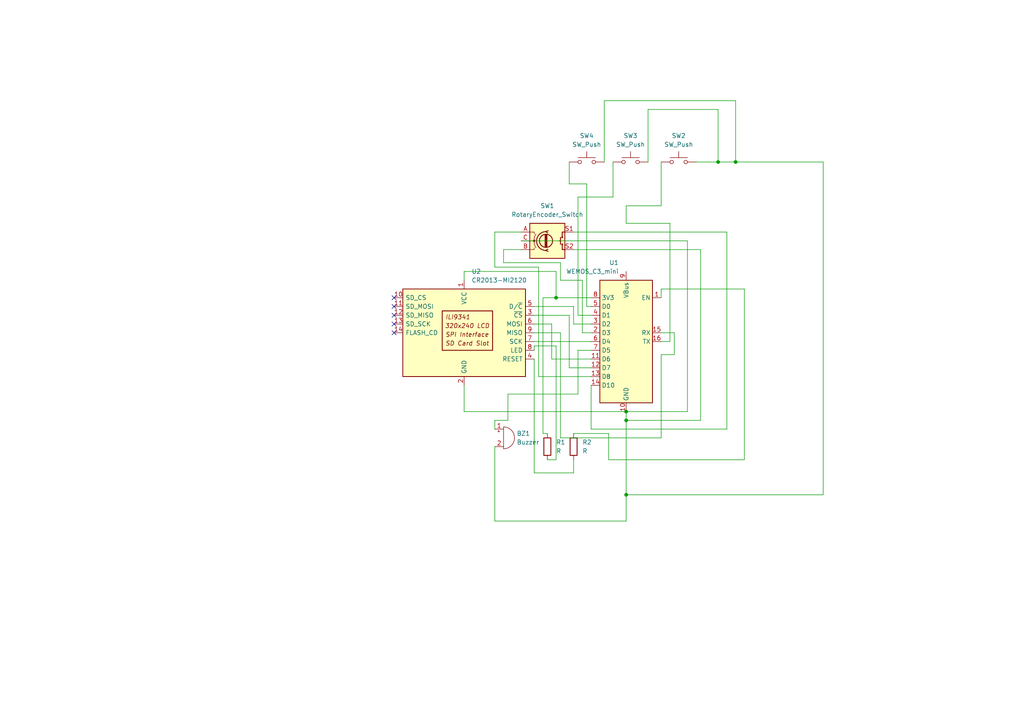
<source format=kicad_sch>
(kicad_sch
	(version 20250114)
	(generator "eeschema")
	(generator_version "9.0")
	(uuid "e4c74b3e-1d4b-4964-8b0e-2fe35a7207ed")
	(paper "A4")
	(lib_symbols
		(symbol "Device:Buzzer"
			(pin_names
				(offset 0.0254)
				(hide yes)
			)
			(exclude_from_sim no)
			(in_bom yes)
			(on_board yes)
			(property "Reference" "BZ"
				(at 3.81 1.27 0)
				(effects
					(font
						(size 1.27 1.27)
					)
					(justify left)
				)
			)
			(property "Value" "Buzzer"
				(at 3.81 -1.27 0)
				(effects
					(font
						(size 1.27 1.27)
					)
					(justify left)
				)
			)
			(property "Footprint" ""
				(at -0.635 2.54 90)
				(effects
					(font
						(size 1.27 1.27)
					)
					(hide yes)
				)
			)
			(property "Datasheet" "~"
				(at -0.635 2.54 90)
				(effects
					(font
						(size 1.27 1.27)
					)
					(hide yes)
				)
			)
			(property "Description" "Buzzer, polarized"
				(at 0 0 0)
				(effects
					(font
						(size 1.27 1.27)
					)
					(hide yes)
				)
			)
			(property "ki_keywords" "quartz resonator ceramic"
				(at 0 0 0)
				(effects
					(font
						(size 1.27 1.27)
					)
					(hide yes)
				)
			)
			(property "ki_fp_filters" "*Buzzer*"
				(at 0 0 0)
				(effects
					(font
						(size 1.27 1.27)
					)
					(hide yes)
				)
			)
			(symbol "Buzzer_0_1"
				(polyline
					(pts
						(xy -1.651 1.905) (xy -1.143 1.905)
					)
					(stroke
						(width 0)
						(type default)
					)
					(fill
						(type none)
					)
				)
				(polyline
					(pts
						(xy -1.397 2.159) (xy -1.397 1.651)
					)
					(stroke
						(width 0)
						(type default)
					)
					(fill
						(type none)
					)
				)
				(arc
					(start 0 3.175)
					(mid 3.1612 0)
					(end 0 -3.175)
					(stroke
						(width 0)
						(type default)
					)
					(fill
						(type none)
					)
				)
				(polyline
					(pts
						(xy 0 3.175) (xy 0 -3.175)
					)
					(stroke
						(width 0)
						(type default)
					)
					(fill
						(type none)
					)
				)
			)
			(symbol "Buzzer_1_1"
				(pin passive line
					(at -2.54 2.54 0)
					(length 2.54)
					(name "+"
						(effects
							(font
								(size 1.27 1.27)
							)
						)
					)
					(number "1"
						(effects
							(font
								(size 1.27 1.27)
							)
						)
					)
				)
				(pin passive line
					(at -2.54 -2.54 0)
					(length 2.54)
					(name "-"
						(effects
							(font
								(size 1.27 1.27)
							)
						)
					)
					(number "2"
						(effects
							(font
								(size 1.27 1.27)
							)
						)
					)
				)
			)
			(embedded_fonts no)
		)
		(symbol "Device:R"
			(pin_numbers
				(hide yes)
			)
			(pin_names
				(offset 0)
			)
			(exclude_from_sim no)
			(in_bom yes)
			(on_board yes)
			(property "Reference" "R"
				(at 2.032 0 90)
				(effects
					(font
						(size 1.27 1.27)
					)
				)
			)
			(property "Value" "R"
				(at 0 0 90)
				(effects
					(font
						(size 1.27 1.27)
					)
				)
			)
			(property "Footprint" ""
				(at -1.778 0 90)
				(effects
					(font
						(size 1.27 1.27)
					)
					(hide yes)
				)
			)
			(property "Datasheet" "~"
				(at 0 0 0)
				(effects
					(font
						(size 1.27 1.27)
					)
					(hide yes)
				)
			)
			(property "Description" "Resistor"
				(at 0 0 0)
				(effects
					(font
						(size 1.27 1.27)
					)
					(hide yes)
				)
			)
			(property "ki_keywords" "R res resistor"
				(at 0 0 0)
				(effects
					(font
						(size 1.27 1.27)
					)
					(hide yes)
				)
			)
			(property "ki_fp_filters" "R_*"
				(at 0 0 0)
				(effects
					(font
						(size 1.27 1.27)
					)
					(hide yes)
				)
			)
			(symbol "R_0_1"
				(rectangle
					(start -1.016 -2.54)
					(end 1.016 2.54)
					(stroke
						(width 0.254)
						(type default)
					)
					(fill
						(type none)
					)
				)
			)
			(symbol "R_1_1"
				(pin passive line
					(at 0 3.81 270)
					(length 1.27)
					(name "~"
						(effects
							(font
								(size 1.27 1.27)
							)
						)
					)
					(number "1"
						(effects
							(font
								(size 1.27 1.27)
							)
						)
					)
				)
				(pin passive line
					(at 0 -3.81 90)
					(length 1.27)
					(name "~"
						(effects
							(font
								(size 1.27 1.27)
							)
						)
					)
					(number "2"
						(effects
							(font
								(size 1.27 1.27)
							)
						)
					)
				)
			)
			(embedded_fonts no)
		)
		(symbol "Device:RotaryEncoder_Switch"
			(pin_names
				(offset 0.254)
				(hide yes)
			)
			(exclude_from_sim no)
			(in_bom yes)
			(on_board yes)
			(property "Reference" "SW"
				(at 0 6.604 0)
				(effects
					(font
						(size 1.27 1.27)
					)
				)
			)
			(property "Value" "RotaryEncoder_Switch"
				(at 0 -6.604 0)
				(effects
					(font
						(size 1.27 1.27)
					)
				)
			)
			(property "Footprint" ""
				(at -3.81 4.064 0)
				(effects
					(font
						(size 1.27 1.27)
					)
					(hide yes)
				)
			)
			(property "Datasheet" "~"
				(at 0 6.604 0)
				(effects
					(font
						(size 1.27 1.27)
					)
					(hide yes)
				)
			)
			(property "Description" "Rotary encoder, dual channel, incremental quadrate outputs, with switch"
				(at 0 0 0)
				(effects
					(font
						(size 1.27 1.27)
					)
					(hide yes)
				)
			)
			(property "ki_keywords" "rotary switch encoder switch push button"
				(at 0 0 0)
				(effects
					(font
						(size 1.27 1.27)
					)
					(hide yes)
				)
			)
			(property "ki_fp_filters" "RotaryEncoder*Switch*"
				(at 0 0 0)
				(effects
					(font
						(size 1.27 1.27)
					)
					(hide yes)
				)
			)
			(symbol "RotaryEncoder_Switch_0_1"
				(rectangle
					(start -5.08 5.08)
					(end 5.08 -5.08)
					(stroke
						(width 0.254)
						(type default)
					)
					(fill
						(type background)
					)
				)
				(polyline
					(pts
						(xy -5.08 2.54) (xy -3.81 2.54) (xy -3.81 2.032)
					)
					(stroke
						(width 0)
						(type default)
					)
					(fill
						(type none)
					)
				)
				(polyline
					(pts
						(xy -5.08 0) (xy -3.81 0) (xy -3.81 -1.016) (xy -3.302 -2.032)
					)
					(stroke
						(width 0)
						(type default)
					)
					(fill
						(type none)
					)
				)
				(polyline
					(pts
						(xy -5.08 -2.54) (xy -3.81 -2.54) (xy -3.81 -2.032)
					)
					(stroke
						(width 0)
						(type default)
					)
					(fill
						(type none)
					)
				)
				(polyline
					(pts
						(xy -4.318 0) (xy -3.81 0) (xy -3.81 1.016) (xy -3.302 2.032)
					)
					(stroke
						(width 0)
						(type default)
					)
					(fill
						(type none)
					)
				)
				(circle
					(center -3.81 0)
					(radius 0.254)
					(stroke
						(width 0)
						(type default)
					)
					(fill
						(type outline)
					)
				)
				(polyline
					(pts
						(xy -0.635 -1.778) (xy -0.635 1.778)
					)
					(stroke
						(width 0.254)
						(type default)
					)
					(fill
						(type none)
					)
				)
				(circle
					(center -0.381 0)
					(radius 1.905)
					(stroke
						(width 0.254)
						(type default)
					)
					(fill
						(type none)
					)
				)
				(polyline
					(pts
						(xy -0.381 -1.778) (xy -0.381 1.778)
					)
					(stroke
						(width 0.254)
						(type default)
					)
					(fill
						(type none)
					)
				)
				(arc
					(start -0.381 -2.794)
					(mid -3.0988 -0.0635)
					(end -0.381 2.667)
					(stroke
						(width 0.254)
						(type default)
					)
					(fill
						(type none)
					)
				)
				(polyline
					(pts
						(xy -0.127 1.778) (xy -0.127 -1.778)
					)
					(stroke
						(width 0.254)
						(type default)
					)
					(fill
						(type none)
					)
				)
				(polyline
					(pts
						(xy 0.254 2.921) (xy -0.508 2.667) (xy 0.127 2.286)
					)
					(stroke
						(width 0.254)
						(type default)
					)
					(fill
						(type none)
					)
				)
				(polyline
					(pts
						(xy 0.254 -3.048) (xy -0.508 -2.794) (xy 0.127 -2.413)
					)
					(stroke
						(width 0.254)
						(type default)
					)
					(fill
						(type none)
					)
				)
				(polyline
					(pts
						(xy 3.81 1.016) (xy 3.81 -1.016)
					)
					(stroke
						(width 0.254)
						(type default)
					)
					(fill
						(type none)
					)
				)
				(polyline
					(pts
						(xy 3.81 0) (xy 3.429 0)
					)
					(stroke
						(width 0.254)
						(type default)
					)
					(fill
						(type none)
					)
				)
				(circle
					(center 4.318 1.016)
					(radius 0.127)
					(stroke
						(width 0.254)
						(type default)
					)
					(fill
						(type none)
					)
				)
				(circle
					(center 4.318 -1.016)
					(radius 0.127)
					(stroke
						(width 0.254)
						(type default)
					)
					(fill
						(type none)
					)
				)
				(polyline
					(pts
						(xy 5.08 2.54) (xy 4.318 2.54) (xy 4.318 1.016)
					)
					(stroke
						(width 0.254)
						(type default)
					)
					(fill
						(type none)
					)
				)
				(polyline
					(pts
						(xy 5.08 -2.54) (xy 4.318 -2.54) (xy 4.318 -1.016)
					)
					(stroke
						(width 0.254)
						(type default)
					)
					(fill
						(type none)
					)
				)
			)
			(symbol "RotaryEncoder_Switch_1_1"
				(pin passive line
					(at -7.62 2.54 0)
					(length 2.54)
					(name "A"
						(effects
							(font
								(size 1.27 1.27)
							)
						)
					)
					(number "A"
						(effects
							(font
								(size 1.27 1.27)
							)
						)
					)
				)
				(pin passive line
					(at -7.62 0 0)
					(length 2.54)
					(name "C"
						(effects
							(font
								(size 1.27 1.27)
							)
						)
					)
					(number "C"
						(effects
							(font
								(size 1.27 1.27)
							)
						)
					)
				)
				(pin passive line
					(at -7.62 -2.54 0)
					(length 2.54)
					(name "B"
						(effects
							(font
								(size 1.27 1.27)
							)
						)
					)
					(number "B"
						(effects
							(font
								(size 1.27 1.27)
							)
						)
					)
				)
				(pin passive line
					(at 7.62 2.54 180)
					(length 2.54)
					(name "S1"
						(effects
							(font
								(size 1.27 1.27)
							)
						)
					)
					(number "S1"
						(effects
							(font
								(size 1.27 1.27)
							)
						)
					)
				)
				(pin passive line
					(at 7.62 -2.54 180)
					(length 2.54)
					(name "S2"
						(effects
							(font
								(size 1.27 1.27)
							)
						)
					)
					(number "S2"
						(effects
							(font
								(size 1.27 1.27)
							)
						)
					)
				)
			)
			(embedded_fonts no)
		)
		(symbol "Driver_Display:CR2013-MI2120"
			(pin_names
				(offset 0.762)
			)
			(exclude_from_sim no)
			(in_bom yes)
			(on_board yes)
			(property "Reference" "U"
				(at -17.526 13.97 0)
				(effects
					(font
						(size 1.27 1.27)
					)
					(justify left)
				)
			)
			(property "Value" "CR2013-MI2120"
				(at 1.905 13.97 0)
				(effects
					(font
						(size 1.27 1.27)
					)
					(justify left)
				)
			)
			(property "Footprint" "Display:CR2013-MI2120"
				(at 0 -17.78 0)
				(effects
					(font
						(size 1.27 1.27)
					)
					(hide yes)
				)
			)
			(property "Datasheet" "http://pan.baidu.com/s/11Y990"
				(at -16.51 12.7 0)
				(effects
					(font
						(size 1.27 1.27)
					)
					(hide yes)
				)
			)
			(property "Description" "ILI9341 controller, SPI TFT LCD Display, 9-pin breakout PCB, 4-pin SD card interface, 5V/3.3V"
				(at 0 0 0)
				(effects
					(font
						(size 1.27 1.27)
					)
					(hide yes)
				)
			)
			(property "ki_keywords" "driver display"
				(at 0 0 0)
				(effects
					(font
						(size 1.27 1.27)
					)
					(hide yes)
				)
			)
			(property "ki_fp_filters" "*CR2013*MI2120*"
				(at 0 0 0)
				(effects
					(font
						(size 1.27 1.27)
					)
					(hide yes)
				)
			)
			(symbol "CR2013-MI2120_0_0"
				(text "ILI9341"
					(at -5.461 4.572 0)
					(effects
						(font
							(size 1.27 1.27)
							(italic yes)
						)
						(justify left)
					)
				)
				(text "SPI Interface"
					(at -5.461 -0.508 0)
					(effects
						(font
							(size 1.27 1.27)
							(italic yes)
						)
						(justify left)
					)
				)
				(text "SD Card Slot"
					(at -5.461 -3.048 0)
					(effects
						(font
							(size 1.27 1.27)
							(italic yes)
						)
						(justify left)
					)
				)
				(text "320x240 LCD"
					(at 0.889 2.032 0)
					(effects
						(font
							(size 1.27 1.27)
							(italic yes)
						)
					)
				)
			)
			(symbol "CR2013-MI2120_0_1"
				(rectangle
					(start -17.78 12.7)
					(end 17.78 -12.7)
					(stroke
						(width 0.254)
						(type default)
					)
					(fill
						(type background)
					)
				)
				(rectangle
					(start -6.35 6.35)
					(end 8.255 -5.08)
					(stroke
						(width 0.254)
						(type default)
					)
					(fill
						(type none)
					)
				)
			)
			(symbol "CR2013-MI2120_1_1"
				(pin input line
					(at -20.32 10.16 0)
					(length 2.54)
					(name "SD_CS"
						(effects
							(font
								(size 1.27 1.27)
							)
						)
					)
					(number "10"
						(effects
							(font
								(size 1.27 1.27)
							)
						)
					)
				)
				(pin input line
					(at -20.32 7.62 0)
					(length 2.54)
					(name "SD_MOSI"
						(effects
							(font
								(size 1.27 1.27)
							)
						)
					)
					(number "11"
						(effects
							(font
								(size 1.27 1.27)
							)
						)
					)
				)
				(pin output line
					(at -20.32 5.08 0)
					(length 2.54)
					(name "SD_MISO"
						(effects
							(font
								(size 1.27 1.27)
							)
						)
					)
					(number "12"
						(effects
							(font
								(size 1.27 1.27)
							)
						)
					)
				)
				(pin input line
					(at -20.32 2.54 0)
					(length 2.54)
					(name "SD_SCK"
						(effects
							(font
								(size 1.27 1.27)
							)
						)
					)
					(number "13"
						(effects
							(font
								(size 1.27 1.27)
							)
						)
					)
				)
				(pin input line
					(at -20.32 0 0)
					(length 2.54)
					(name "FLASH_CD"
						(effects
							(font
								(size 1.27 1.27)
							)
						)
					)
					(number "14"
						(effects
							(font
								(size 1.27 1.27)
							)
						)
					)
				)
				(pin power_in line
					(at 0 15.24 270)
					(length 2.54)
					(name "VCC"
						(effects
							(font
								(size 1.27 1.27)
							)
						)
					)
					(number "1"
						(effects
							(font
								(size 1.27 1.27)
							)
						)
					)
				)
				(pin power_in line
					(at 0 -15.24 90)
					(length 2.54)
					(name "GND"
						(effects
							(font
								(size 1.27 1.27)
							)
						)
					)
					(number "2"
						(effects
							(font
								(size 1.27 1.27)
							)
						)
					)
				)
				(pin input line
					(at 20.32 7.62 180)
					(length 2.54)
					(name "D/~{C}"
						(effects
							(font
								(size 1.27 1.27)
							)
						)
					)
					(number "5"
						(effects
							(font
								(size 1.27 1.27)
							)
						)
					)
				)
				(pin input line
					(at 20.32 5.08 180)
					(length 2.54)
					(name "~{CS}"
						(effects
							(font
								(size 1.27 1.27)
							)
						)
					)
					(number "3"
						(effects
							(font
								(size 1.27 1.27)
							)
						)
					)
				)
				(pin input line
					(at 20.32 2.54 180)
					(length 2.54)
					(name "MOSI"
						(effects
							(font
								(size 1.27 1.27)
							)
						)
					)
					(number "6"
						(effects
							(font
								(size 1.27 1.27)
							)
						)
					)
				)
				(pin output line
					(at 20.32 0 180)
					(length 2.54)
					(name "MISO"
						(effects
							(font
								(size 1.27 1.27)
							)
						)
					)
					(number "9"
						(effects
							(font
								(size 1.27 1.27)
							)
						)
					)
				)
				(pin input line
					(at 20.32 -2.54 180)
					(length 2.54)
					(name "SCK"
						(effects
							(font
								(size 1.27 1.27)
							)
						)
					)
					(number "7"
						(effects
							(font
								(size 1.27 1.27)
							)
						)
					)
				)
				(pin input line
					(at 20.32 -5.08 180)
					(length 2.54)
					(name "LED"
						(effects
							(font
								(size 1.27 1.27)
							)
						)
					)
					(number "8"
						(effects
							(font
								(size 1.27 1.27)
							)
						)
					)
				)
				(pin input line
					(at 20.32 -7.62 180)
					(length 2.54)
					(name "RESET"
						(effects
							(font
								(size 1.27 1.27)
							)
						)
					)
					(number "4"
						(effects
							(font
								(size 1.27 1.27)
							)
						)
					)
				)
			)
			(embedded_fonts no)
		)
		(symbol "RF_Module:WEMOS_C3_mini"
			(exclude_from_sim no)
			(in_bom yes)
			(on_board yes)
			(property "Reference" "U"
				(at 3.81 19.05 0)
				(effects
					(font
						(size 1.27 1.27)
					)
					(justify left)
				)
			)
			(property "Value" "WEMOS_C3_mini"
				(at 1.27 -19.05 0)
				(effects
					(font
						(size 1.27 1.27)
					)
					(justify left)
				)
			)
			(property "Footprint" "RF_Module:WEMOS_C3_mini"
				(at 0 -29.21 0)
				(effects
					(font
						(size 1.27 1.27)
					)
					(hide yes)
				)
			)
			(property "Datasheet" "https://www.wemos.cc/en/latest/c3/c3_mini.html"
				(at 0 -26.416 0)
				(effects
					(font
						(size 1.27 1.27)
					)
					(hide yes)
				)
			)
			(property "Description" "32-bit microcontroller module with WiFi"
				(at 0.762 -23.114 0)
				(effects
					(font
						(size 1.27 1.27)
					)
					(hide yes)
				)
			)
			(property "ki_keywords" "ESP32-C3"
				(at 0 0 0)
				(effects
					(font
						(size 1.27 1.27)
					)
					(hide yes)
				)
			)
			(property "ki_fp_filters" "WEMOS*C3*mini*"
				(at 0 0 0)
				(effects
					(font
						(size 1.27 1.27)
					)
					(hide yes)
				)
			)
			(symbol "WEMOS_C3_mini_1_1"
				(rectangle
					(start -7.62 17.78)
					(end 7.62 -17.78)
					(stroke
						(width 0.254)
						(type default)
					)
					(fill
						(type background)
					)
				)
				(pin input line
					(at -10.16 12.7 0)
					(length 2.54)
					(name "EN"
						(effects
							(font
								(size 1.27 1.27)
							)
						)
					)
					(number "1"
						(effects
							(font
								(size 1.27 1.27)
							)
						)
					)
				)
				(pin input line
					(at -10.16 2.54 0)
					(length 2.54)
					(name "RX"
						(effects
							(font
								(size 1.27 1.27)
							)
						)
					)
					(number "15"
						(effects
							(font
								(size 1.27 1.27)
							)
						)
					)
					(alternate "GPIO20" bidirectional line)
				)
				(pin output line
					(at -10.16 0 0)
					(length 2.54)
					(name "TX"
						(effects
							(font
								(size 1.27 1.27)
							)
						)
					)
					(number "16"
						(effects
							(font
								(size 1.27 1.27)
							)
						)
					)
					(alternate "GPIO21" bidirectional line)
				)
				(pin power_in line
					(at 0 20.32 270)
					(length 2.54)
					(name "VBus"
						(effects
							(font
								(size 1.27 1.27)
							)
						)
					)
					(number "9"
						(effects
							(font
								(size 1.27 1.27)
							)
						)
					)
				)
				(pin power_in line
					(at 0 -20.32 90)
					(length 2.54)
					(name "GND"
						(effects
							(font
								(size 1.27 1.27)
							)
						)
					)
					(number "10"
						(effects
							(font
								(size 1.27 1.27)
							)
						)
					)
				)
				(pin power_out line
					(at 10.16 12.7 180)
					(length 2.54)
					(name "3V3"
						(effects
							(font
								(size 1.27 1.27)
							)
						)
					)
					(number "8"
						(effects
							(font
								(size 1.27 1.27)
							)
						)
					)
				)
				(pin bidirectional line
					(at 10.16 10.16 180)
					(length 2.54)
					(name "D0"
						(effects
							(font
								(size 1.27 1.27)
							)
						)
					)
					(number "5"
						(effects
							(font
								(size 1.27 1.27)
							)
						)
					)
					(alternate "ADC1_CH0" input line)
					(alternate "XTAL_32K_P" passive line)
				)
				(pin bidirectional line
					(at 10.16 7.62 180)
					(length 2.54)
					(name "D1"
						(effects
							(font
								(size 1.27 1.27)
							)
						)
					)
					(number "4"
						(effects
							(font
								(size 1.27 1.27)
							)
						)
					)
					(alternate "ADC1_CH1" input line)
					(alternate "XTAL_32K_N" passive line)
				)
				(pin bidirectional line
					(at 10.16 5.08 180)
					(length 2.54)
					(name "D2"
						(effects
							(font
								(size 1.27 1.27)
							)
						)
					)
					(number "3"
						(effects
							(font
								(size 1.27 1.27)
							)
						)
					)
					(alternate "ADC1_CH2" input line)
					(alternate "FSPIQ" bidirectional line)
				)
				(pin bidirectional line
					(at 10.16 2.54 180)
					(length 2.54)
					(name "D3"
						(effects
							(font
								(size 1.27 1.27)
							)
						)
					)
					(number "2"
						(effects
							(font
								(size 1.27 1.27)
							)
						)
					)
					(alternate "ADC1_CH3" input line)
				)
				(pin bidirectional line
					(at 10.16 0 180)
					(length 2.54)
					(name "D4"
						(effects
							(font
								(size 1.27 1.27)
							)
						)
					)
					(number "6"
						(effects
							(font
								(size 1.27 1.27)
							)
						)
					)
					(alternate "ADC1_CH4" input line)
					(alternate "FSPIHD" bidirectional line)
					(alternate "MTMS" input line)
				)
				(pin bidirectional line
					(at 10.16 -2.54 180)
					(length 2.54)
					(name "D5"
						(effects
							(font
								(size 1.27 1.27)
							)
						)
					)
					(number "7"
						(effects
							(font
								(size 1.27 1.27)
							)
						)
					)
					(alternate "ADC2_CH0" input line)
					(alternate "FSPIWP" bidirectional line)
					(alternate "MTDI" input line)
				)
				(pin bidirectional line
					(at 10.16 -5.08 180)
					(length 2.54)
					(name "D6"
						(effects
							(font
								(size 1.27 1.27)
							)
						)
					)
					(number "11"
						(effects
							(font
								(size 1.27 1.27)
							)
						)
					)
					(alternate "FSPICLK" bidirectional line)
					(alternate "MTCK" input line)
				)
				(pin bidirectional line
					(at 10.16 -7.62 180)
					(length 2.54)
					(name "D7"
						(effects
							(font
								(size 1.27 1.27)
							)
						)
					)
					(number "12"
						(effects
							(font
								(size 1.27 1.27)
							)
						)
					)
					(alternate "FSPID" bidirectional line)
					(alternate "MTDO" output line)
				)
				(pin bidirectional line
					(at 10.16 -10.16 180)
					(length 2.54)
					(name "D8"
						(effects
							(font
								(size 1.27 1.27)
							)
						)
					)
					(number "13"
						(effects
							(font
								(size 1.27 1.27)
							)
						)
					)
				)
				(pin bidirectional line
					(at 10.16 -12.7 180)
					(length 2.54)
					(name "D10"
						(effects
							(font
								(size 1.27 1.27)
							)
						)
					)
					(number "14"
						(effects
							(font
								(size 1.27 1.27)
							)
						)
					)
					(alternate "FSPICS0" bidirectional line)
				)
			)
			(embedded_fonts no)
		)
		(symbol "Switch:SW_Push"
			(pin_numbers
				(hide yes)
			)
			(pin_names
				(offset 1.016)
				(hide yes)
			)
			(exclude_from_sim no)
			(in_bom yes)
			(on_board yes)
			(property "Reference" "SW"
				(at 1.27 2.54 0)
				(effects
					(font
						(size 1.27 1.27)
					)
					(justify left)
				)
			)
			(property "Value" "SW_Push"
				(at 0 -1.524 0)
				(effects
					(font
						(size 1.27 1.27)
					)
				)
			)
			(property "Footprint" ""
				(at 0 5.08 0)
				(effects
					(font
						(size 1.27 1.27)
					)
					(hide yes)
				)
			)
			(property "Datasheet" "~"
				(at 0 5.08 0)
				(effects
					(font
						(size 1.27 1.27)
					)
					(hide yes)
				)
			)
			(property "Description" "Push button switch, generic, two pins"
				(at 0 0 0)
				(effects
					(font
						(size 1.27 1.27)
					)
					(hide yes)
				)
			)
			(property "ki_keywords" "switch normally-open pushbutton push-button"
				(at 0 0 0)
				(effects
					(font
						(size 1.27 1.27)
					)
					(hide yes)
				)
			)
			(symbol "SW_Push_0_1"
				(circle
					(center -2.032 0)
					(radius 0.508)
					(stroke
						(width 0)
						(type default)
					)
					(fill
						(type none)
					)
				)
				(polyline
					(pts
						(xy 0 1.27) (xy 0 3.048)
					)
					(stroke
						(width 0)
						(type default)
					)
					(fill
						(type none)
					)
				)
				(circle
					(center 2.032 0)
					(radius 0.508)
					(stroke
						(width 0)
						(type default)
					)
					(fill
						(type none)
					)
				)
				(polyline
					(pts
						(xy 2.54 1.27) (xy -2.54 1.27)
					)
					(stroke
						(width 0)
						(type default)
					)
					(fill
						(type none)
					)
				)
				(pin passive line
					(at -5.08 0 0)
					(length 2.54)
					(name "1"
						(effects
							(font
								(size 1.27 1.27)
							)
						)
					)
					(number "1"
						(effects
							(font
								(size 1.27 1.27)
							)
						)
					)
				)
				(pin passive line
					(at 5.08 0 180)
					(length 2.54)
					(name "2"
						(effects
							(font
								(size 1.27 1.27)
							)
						)
					)
					(number "2"
						(effects
							(font
								(size 1.27 1.27)
							)
						)
					)
				)
			)
			(embedded_fonts no)
		)
	)
	(junction
		(at 161.29 86.36)
		(diameter 0)
		(color 0 0 0 0)
		(uuid "6b74cc3a-3b8a-4e2e-97a4-79f91649b608")
	)
	(junction
		(at 181.61 121.92)
		(diameter 0)
		(color 0 0 0 0)
		(uuid "74441518-46cc-42aa-9263-5d61fda0cf3f")
	)
	(junction
		(at 181.61 143.51)
		(diameter 0)
		(color 0 0 0 0)
		(uuid "89ea77e6-fd07-45e7-9c42-dc7674067c3c")
	)
	(junction
		(at 208.28 46.99)
		(diameter 0)
		(color 0 0 0 0)
		(uuid "a9cf758c-ddf9-415b-b27d-27f0b8bd8b43")
	)
	(junction
		(at 181.61 119.38)
		(diameter 0)
		(color 0 0 0 0)
		(uuid "cc4577fe-c5f4-4951-9521-89802a438b2b")
	)
	(junction
		(at 213.36 46.99)
		(diameter 0)
		(color 0 0 0 0)
		(uuid "f8805387-2325-4183-bdcf-37e40abba246")
	)
	(no_connect
		(at 114.3 88.9)
		(uuid "200bada3-aacb-48b8-b039-c038ffcc39d5")
	)
	(no_connect
		(at 114.3 93.98)
		(uuid "5e2d8e35-6861-459a-93e9-887a101c57dd")
	)
	(no_connect
		(at 114.3 96.52)
		(uuid "8535035a-abde-433e-a758-574fca1183f1")
	)
	(no_connect
		(at 114.3 91.44)
		(uuid "b8517cc4-7527-4b9c-9655-9763a7a8e275")
	)
	(no_connect
		(at 114.3 86.36)
		(uuid "f5f9a8fd-7265-4aa5-9ff4-4e78f90ae93d")
	)
	(wire
		(pts
			(xy 166.37 88.9) (xy 166.37 93.98)
		)
		(stroke
			(width 0)
			(type default)
		)
		(uuid "01d5a69a-fe60-42dd-a632-362655d1f14a")
	)
	(wire
		(pts
			(xy 175.26 46.99) (xy 175.26 29.21)
		)
		(stroke
			(width 0)
			(type default)
		)
		(uuid "038e1584-2459-4c9a-bb17-16fd189cb0c0")
	)
	(wire
		(pts
			(xy 154.94 99.06) (xy 171.45 99.06)
		)
		(stroke
			(width 0)
			(type default)
		)
		(uuid "078383ab-61b7-4a77-a9bc-9975eddfe269")
	)
	(wire
		(pts
			(xy 194.31 64.77) (xy 194.31 99.06)
		)
		(stroke
			(width 0)
			(type default)
		)
		(uuid "07b00a7d-bc90-4904-bf35-70cede9b587f")
	)
	(wire
		(pts
			(xy 170.18 88.9) (xy 171.45 88.9)
		)
		(stroke
			(width 0)
			(type default)
		)
		(uuid "09288c9d-8de6-4f8f-9efb-0e70af6c4252")
	)
	(wire
		(pts
			(xy 157.48 125.73) (xy 158.75 125.73)
		)
		(stroke
			(width 0)
			(type default)
		)
		(uuid "0a67b5ce-6573-496e-8bcd-b976cae4f227")
	)
	(wire
		(pts
			(xy 168.91 81.28) (xy 162.56 81.28)
		)
		(stroke
			(width 0)
			(type default)
		)
		(uuid "0bff2e43-7438-4235-83bc-1b97524b7824")
	)
	(wire
		(pts
			(xy 171.45 96.52) (xy 168.91 96.52)
		)
		(stroke
			(width 0)
			(type default)
		)
		(uuid "0e6c5c6d-fe19-4e16-8c36-5bdc21433abf")
	)
	(wire
		(pts
			(xy 162.56 127) (xy 162.56 96.52)
		)
		(stroke
			(width 0)
			(type default)
		)
		(uuid "185cc782-7510-406f-b937-8c5f995dfe74")
	)
	(wire
		(pts
			(xy 213.36 46.99) (xy 208.28 46.99)
		)
		(stroke
			(width 0)
			(type default)
		)
		(uuid "1868e1d0-0ea0-4f5e-97d5-6ff9ad8926f6")
	)
	(wire
		(pts
			(xy 154.94 93.98) (xy 160.02 93.98)
		)
		(stroke
			(width 0)
			(type default)
		)
		(uuid "18a5223e-09c7-475c-8e78-e9aa16b56c94")
	)
	(wire
		(pts
			(xy 146.05 76.2) (xy 146.05 72.39)
		)
		(stroke
			(width 0)
			(type default)
		)
		(uuid "21e255e4-c987-4ee9-9052-14715bdea49a")
	)
	(wire
		(pts
			(xy 165.1 91.44) (xy 165.1 106.68)
		)
		(stroke
			(width 0)
			(type default)
		)
		(uuid "227f692e-86d6-4d88-88fd-45944ca593b6")
	)
	(wire
		(pts
			(xy 154.94 100.33) (xy 161.29 100.33)
		)
		(stroke
			(width 0)
			(type default)
		)
		(uuid "2397e7e5-ca93-4707-8441-871462486c06")
	)
	(wire
		(pts
			(xy 161.29 100.33) (xy 161.29 133.35)
		)
		(stroke
			(width 0)
			(type default)
		)
		(uuid "23d2ef38-460c-45d8-85c6-574aeeaa6a9a")
	)
	(wire
		(pts
			(xy 171.45 104.14) (xy 160.02 104.14)
		)
		(stroke
			(width 0)
			(type default)
		)
		(uuid "242d60be-e933-4731-aceb-be705fea3029")
	)
	(wire
		(pts
			(xy 168.91 96.52) (xy 168.91 81.28)
		)
		(stroke
			(width 0)
			(type default)
		)
		(uuid "25256ba2-24fc-42e6-9575-585eb4e8f104")
	)
	(wire
		(pts
			(xy 215.9 83.82) (xy 191.77 83.82)
		)
		(stroke
			(width 0)
			(type default)
		)
		(uuid "272cafa7-1093-47d6-92fe-3a3ffddc56d2")
	)
	(wire
		(pts
			(xy 162.56 76.2) (xy 146.05 76.2)
		)
		(stroke
			(width 0)
			(type default)
		)
		(uuid "298de00d-b8fa-4d0a-aeb2-387c0c9e9e30")
	)
	(wire
		(pts
			(xy 165.1 46.99) (xy 165.1 53.34)
		)
		(stroke
			(width 0)
			(type default)
		)
		(uuid "29bfd11c-02cd-48d0-b717-060d56af620f")
	)
	(wire
		(pts
			(xy 191.77 127) (xy 162.56 127)
		)
		(stroke
			(width 0)
			(type default)
		)
		(uuid "2d9977d7-6d4e-464a-ba7a-c5860fc8e15a")
	)
	(wire
		(pts
			(xy 191.77 102.87) (xy 191.77 127)
		)
		(stroke
			(width 0)
			(type default)
		)
		(uuid "33891420-29e9-4b69-af86-a1fddc5f90d7")
	)
	(wire
		(pts
			(xy 215.9 133.35) (xy 215.9 83.82)
		)
		(stroke
			(width 0)
			(type default)
		)
		(uuid "341107e4-d19c-4f45-9f5a-1691d15d32e6")
	)
	(wire
		(pts
			(xy 191.77 102.87) (xy 195.58 102.87)
		)
		(stroke
			(width 0)
			(type default)
		)
		(uuid "348325c9-2c65-4d18-816d-580d1fe5e76d")
	)
	(wire
		(pts
			(xy 166.37 137.16) (xy 154.94 137.16)
		)
		(stroke
			(width 0)
			(type default)
		)
		(uuid "34ea8993-8d69-4c1e-976f-3132a5e95af8")
	)
	(wire
		(pts
			(xy 134.62 119.38) (xy 134.62 111.76)
		)
		(stroke
			(width 0)
			(type default)
		)
		(uuid "36475dc4-a4ef-4962-8357-b02db7d6a713")
	)
	(wire
		(pts
			(xy 187.96 31.75) (xy 187.96 46.99)
		)
		(stroke
			(width 0)
			(type default)
		)
		(uuid "3ba3d020-55ae-4644-ae6c-63a366621715")
	)
	(wire
		(pts
			(xy 210.82 67.31) (xy 166.37 67.31)
		)
		(stroke
			(width 0)
			(type default)
		)
		(uuid "3ebd776b-a491-45ec-9099-c2ae07bca145")
	)
	(wire
		(pts
			(xy 171.45 124.46) (xy 210.82 124.46)
		)
		(stroke
			(width 0)
			(type default)
		)
		(uuid "408bfcd3-1438-4b12-9cd9-a45bbecaf2c4")
	)
	(wire
		(pts
			(xy 161.29 78.74) (xy 134.62 78.74)
		)
		(stroke
			(width 0)
			(type default)
		)
		(uuid "41f56cc5-4f1e-4875-9877-0cef4852500a")
	)
	(wire
		(pts
			(xy 181.61 143.51) (xy 238.76 143.51)
		)
		(stroke
			(width 0)
			(type default)
		)
		(uuid "4461403b-8c0f-4494-8d49-936cc921280a")
	)
	(wire
		(pts
			(xy 181.61 119.38) (xy 181.61 121.92)
		)
		(stroke
			(width 0)
			(type default)
		)
		(uuid "4840f03b-cb2a-46cc-a26b-629d1408fced")
	)
	(wire
		(pts
			(xy 154.94 91.44) (xy 165.1 91.44)
		)
		(stroke
			(width 0)
			(type default)
		)
		(uuid "48c72909-518a-44f8-8ce3-90ab8e5cda17")
	)
	(wire
		(pts
			(xy 191.77 83.82) (xy 191.77 86.36)
		)
		(stroke
			(width 0)
			(type default)
		)
		(uuid "49916e06-0c69-4501-b558-e55d0834642e")
	)
	(wire
		(pts
			(xy 161.29 86.36) (xy 171.45 86.36)
		)
		(stroke
			(width 0)
			(type default)
		)
		(uuid "4b124a61-040d-4f70-8df1-12422c2369cc")
	)
	(wire
		(pts
			(xy 151.13 69.85) (xy 199.39 69.85)
		)
		(stroke
			(width 0)
			(type default)
		)
		(uuid "4e8be7d1-0231-424d-8c9b-251e7bdc1b3d")
	)
	(wire
		(pts
			(xy 181.61 59.69) (xy 181.61 64.77)
		)
		(stroke
			(width 0)
			(type default)
		)
		(uuid "5b1fcf6a-62f1-425c-992a-39ec0163612d")
	)
	(wire
		(pts
			(xy 238.76 46.99) (xy 213.36 46.99)
		)
		(stroke
			(width 0)
			(type default)
		)
		(uuid "60512b15-393a-4675-b209-5c11f4120d59")
	)
	(wire
		(pts
			(xy 167.64 57.15) (xy 177.8 57.15)
		)
		(stroke
			(width 0)
			(type default)
		)
		(uuid "633d3458-9595-4299-8668-91c8932fb320")
	)
	(wire
		(pts
			(xy 177.8 57.15) (xy 177.8 46.99)
		)
		(stroke
			(width 0)
			(type default)
		)
		(uuid "64b0d9ad-6d8c-460b-ade0-84f7bebacf1d")
	)
	(wire
		(pts
			(xy 167.64 114.3) (xy 147.32 114.3)
		)
		(stroke
			(width 0)
			(type default)
		)
		(uuid "64d85f27-7616-4998-86d5-9f7cf482cec4")
	)
	(wire
		(pts
			(xy 147.32 114.3) (xy 147.32 121.92)
		)
		(stroke
			(width 0)
			(type default)
		)
		(uuid "6efb78fe-40b5-4bbc-a2bf-d8b698ebefac")
	)
	(wire
		(pts
			(xy 167.64 101.6) (xy 167.64 114.3)
		)
		(stroke
			(width 0)
			(type default)
		)
		(uuid "6fe2ecdd-efac-45c8-8f92-53d2da108947")
	)
	(wire
		(pts
			(xy 181.61 121.92) (xy 181.61 143.51)
		)
		(stroke
			(width 0)
			(type default)
		)
		(uuid "70c697f6-b1e8-48a6-be89-ff1a146239ae")
	)
	(wire
		(pts
			(xy 191.77 59.69) (xy 181.61 59.69)
		)
		(stroke
			(width 0)
			(type default)
		)
		(uuid "75255b22-d9b5-4eb5-9a89-20d44f1534e1")
	)
	(wire
		(pts
			(xy 199.39 69.85) (xy 199.39 119.38)
		)
		(stroke
			(width 0)
			(type default)
		)
		(uuid "776846da-288c-4233-908e-06f33762636f")
	)
	(wire
		(pts
			(xy 195.58 96.52) (xy 195.58 102.87)
		)
		(stroke
			(width 0)
			(type default)
		)
		(uuid "7a365f03-c01b-4474-b582-0ef0dbd00c62")
	)
	(wire
		(pts
			(xy 165.1 106.68) (xy 171.45 106.68)
		)
		(stroke
			(width 0)
			(type default)
		)
		(uuid "7ad39592-abe2-443e-8050-0991facbc6ef")
	)
	(wire
		(pts
			(xy 143.51 129.54) (xy 143.51 151.13)
		)
		(stroke
			(width 0)
			(type default)
		)
		(uuid "7bce3bf6-0255-4b68-936a-b7df040286bd")
	)
	(wire
		(pts
			(xy 194.31 99.06) (xy 191.77 99.06)
		)
		(stroke
			(width 0)
			(type default)
		)
		(uuid "7bf93de1-60bd-40a9-afeb-115f42aa8414")
	)
	(wire
		(pts
			(xy 191.77 96.52) (xy 195.58 96.52)
		)
		(stroke
			(width 0)
			(type default)
		)
		(uuid "7cb21bae-116a-4392-8691-cea531d7644b")
	)
	(wire
		(pts
			(xy 161.29 86.36) (xy 161.29 78.74)
		)
		(stroke
			(width 0)
			(type default)
		)
		(uuid "7dd72d7d-3149-4877-83a7-7a223c15caf9")
	)
	(wire
		(pts
			(xy 157.48 86.36) (xy 161.29 86.36)
		)
		(stroke
			(width 0)
			(type default)
		)
		(uuid "7ecb51a5-d97a-4201-85c8-6b77145f4c87")
	)
	(wire
		(pts
			(xy 166.37 93.98) (xy 171.45 93.98)
		)
		(stroke
			(width 0)
			(type default)
		)
		(uuid "84eda2f3-05dd-4c3c-8228-2ba7eeec5b17")
	)
	(wire
		(pts
			(xy 154.94 101.6) (xy 154.94 100.33)
		)
		(stroke
			(width 0)
			(type default)
		)
		(uuid "88aa8dbb-7db6-41ea-9adc-d87525ea20b7")
	)
	(wire
		(pts
			(xy 208.28 31.75) (xy 187.96 31.75)
		)
		(stroke
			(width 0)
			(type default)
		)
		(uuid "970c14a4-21b0-495a-8a6a-121678dabf8b")
	)
	(wire
		(pts
			(xy 161.29 133.35) (xy 158.75 133.35)
		)
		(stroke
			(width 0)
			(type default)
		)
		(uuid "97ac4aca-f928-4403-8b10-6a856ef6ae7f")
	)
	(wire
		(pts
			(xy 165.1 53.34) (xy 170.18 53.34)
		)
		(stroke
			(width 0)
			(type default)
		)
		(uuid "9b263408-535e-4df6-83cd-1181cc1b94a6")
	)
	(wire
		(pts
			(xy 143.51 151.13) (xy 181.61 151.13)
		)
		(stroke
			(width 0)
			(type default)
		)
		(uuid "9c4880f2-12b3-4b2c-a8bd-406571548210")
	)
	(wire
		(pts
			(xy 181.61 64.77) (xy 194.31 64.77)
		)
		(stroke
			(width 0)
			(type default)
		)
		(uuid "9da1569c-b986-4db0-982f-d42904f4cb2c")
	)
	(wire
		(pts
			(xy 181.61 119.38) (xy 134.62 119.38)
		)
		(stroke
			(width 0)
			(type default)
		)
		(uuid "a17324ba-8575-45ec-988d-a2f8b89e495b")
	)
	(wire
		(pts
			(xy 160.02 104.14) (xy 160.02 93.98)
		)
		(stroke
			(width 0)
			(type default)
		)
		(uuid "a95ff26a-b192-477a-b564-2d646e012c5c")
	)
	(wire
		(pts
			(xy 156.21 77.47) (xy 143.51 77.47)
		)
		(stroke
			(width 0)
			(type default)
		)
		(uuid "a96fc9bb-75a5-4374-aabf-f7027da94e18")
	)
	(wire
		(pts
			(xy 208.28 46.99) (xy 201.93 46.99)
		)
		(stroke
			(width 0)
			(type default)
		)
		(uuid "a9aec9f8-b706-4814-99c5-27b98423a309")
	)
	(wire
		(pts
			(xy 171.45 101.6) (xy 167.64 101.6)
		)
		(stroke
			(width 0)
			(type default)
		)
		(uuid "b13ceb74-37df-42e3-bcdc-71ce6d5f252a")
	)
	(wire
		(pts
			(xy 154.94 137.16) (xy 154.94 104.14)
		)
		(stroke
			(width 0)
			(type default)
		)
		(uuid "b46df44b-eda3-4419-963c-25986258406b")
	)
	(wire
		(pts
			(xy 143.51 77.47) (xy 143.51 67.31)
		)
		(stroke
			(width 0)
			(type default)
		)
		(uuid "b7d7a7c5-8f49-45f1-a8c8-0a28abf4682d")
	)
	(wire
		(pts
			(xy 175.26 29.21) (xy 213.36 29.21)
		)
		(stroke
			(width 0)
			(type default)
		)
		(uuid "b86b53cf-9772-4da7-8180-83c00b568c1d")
	)
	(wire
		(pts
			(xy 143.51 67.31) (xy 151.13 67.31)
		)
		(stroke
			(width 0)
			(type default)
		)
		(uuid "ba7692ad-a52f-4a31-8312-3202d594c686")
	)
	(wire
		(pts
			(xy 210.82 124.46) (xy 210.82 67.31)
		)
		(stroke
			(width 0)
			(type default)
		)
		(uuid "bf118b6e-f71a-4aee-b680-1d847b202a61")
	)
	(wire
		(pts
			(xy 171.45 91.44) (xy 167.64 91.44)
		)
		(stroke
			(width 0)
			(type default)
		)
		(uuid "c0e27e0d-2e86-46cc-96bb-34237ee481f6")
	)
	(wire
		(pts
			(xy 191.77 46.99) (xy 191.77 59.69)
		)
		(stroke
			(width 0)
			(type default)
		)
		(uuid "c5c47bbf-5d73-4591-88fd-5594bee0eaf5")
	)
	(wire
		(pts
			(xy 143.51 121.92) (xy 143.51 124.46)
		)
		(stroke
			(width 0)
			(type default)
		)
		(uuid "c7c98b6d-5d81-4aa7-9b47-2df1275e6eb3")
	)
	(wire
		(pts
			(xy 162.56 96.52) (xy 154.94 96.52)
		)
		(stroke
			(width 0)
			(type default)
		)
		(uuid "c9f8e0e4-8f6a-4d05-acdd-3ccb6772369a")
	)
	(wire
		(pts
			(xy 171.45 111.76) (xy 171.45 124.46)
		)
		(stroke
			(width 0)
			(type default)
		)
		(uuid "cc40191e-be97-4a39-9874-140b272066c3")
	)
	(wire
		(pts
			(xy 166.37 125.73) (xy 176.53 125.73)
		)
		(stroke
			(width 0)
			(type default)
		)
		(uuid "cde34631-6849-492c-86ce-a2b7eec98d40")
	)
	(wire
		(pts
			(xy 157.48 86.36) (xy 157.48 125.73)
		)
		(stroke
			(width 0)
			(type default)
		)
		(uuid "ce332b77-b8af-44cd-b415-712189583aeb")
	)
	(wire
		(pts
			(xy 147.32 121.92) (xy 143.51 121.92)
		)
		(stroke
			(width 0)
			(type default)
		)
		(uuid "cf6a6214-87a0-4aff-ab2c-20f11df13ced")
	)
	(wire
		(pts
			(xy 181.61 121.92) (xy 203.2 121.92)
		)
		(stroke
			(width 0)
			(type default)
		)
		(uuid "d3f2f483-679e-439a-a842-d142cc4718b3")
	)
	(wire
		(pts
			(xy 181.61 151.13) (xy 181.61 143.51)
		)
		(stroke
			(width 0)
			(type default)
		)
		(uuid "d459863d-951a-445b-b6e4-9036c7428e3a")
	)
	(wire
		(pts
			(xy 176.53 133.35) (xy 215.9 133.35)
		)
		(stroke
			(width 0)
			(type default)
		)
		(uuid "e00f135b-778d-40b0-8515-8d79c28fde4a")
	)
	(wire
		(pts
			(xy 213.36 29.21) (xy 213.36 46.99)
		)
		(stroke
			(width 0)
			(type default)
		)
		(uuid "e153f73d-8314-477e-9c7b-a148716f62d5")
	)
	(wire
		(pts
			(xy 238.76 143.51) (xy 238.76 46.99)
		)
		(stroke
			(width 0)
			(type default)
		)
		(uuid "e3b065f8-3a70-410a-917a-9909ca516fd9")
	)
	(wire
		(pts
			(xy 167.64 91.44) (xy 167.64 57.15)
		)
		(stroke
			(width 0)
			(type default)
		)
		(uuid "e3e80565-1c87-4b60-977b-2a03a8524e8b")
	)
	(wire
		(pts
			(xy 171.45 109.22) (xy 156.21 109.22)
		)
		(stroke
			(width 0)
			(type default)
		)
		(uuid "e5b5bb58-9cf5-4243-8138-7508e0174a15")
	)
	(wire
		(pts
			(xy 146.05 72.39) (xy 151.13 72.39)
		)
		(stroke
			(width 0)
			(type default)
		)
		(uuid "e63be639-0a50-451b-b6c7-5330638455fd")
	)
	(wire
		(pts
			(xy 203.2 121.92) (xy 203.2 72.39)
		)
		(stroke
			(width 0)
			(type default)
		)
		(uuid "e8f983ff-734d-446f-a4b1-23da4cf82dbb")
	)
	(wire
		(pts
			(xy 162.56 81.28) (xy 162.56 76.2)
		)
		(stroke
			(width 0)
			(type default)
		)
		(uuid "eaa454c5-f076-41d5-9a35-01838e106692")
	)
	(wire
		(pts
			(xy 181.61 119.38) (xy 199.39 119.38)
		)
		(stroke
			(width 0)
			(type default)
		)
		(uuid "eae3e735-7052-4887-9cbc-28add481ead1")
	)
	(wire
		(pts
			(xy 156.21 109.22) (xy 156.21 77.47)
		)
		(stroke
			(width 0)
			(type default)
		)
		(uuid "eb861b35-8b42-4a9e-87d3-d6c363cde095")
	)
	(wire
		(pts
			(xy 203.2 72.39) (xy 166.37 72.39)
		)
		(stroke
			(width 0)
			(type default)
		)
		(uuid "ee30c439-5e08-4a87-8fec-0962be5ccb15")
	)
	(wire
		(pts
			(xy 170.18 53.34) (xy 170.18 88.9)
		)
		(stroke
			(width 0)
			(type default)
		)
		(uuid "f0a955ee-d7bf-412d-936c-57d908840f58")
	)
	(wire
		(pts
			(xy 166.37 133.35) (xy 166.37 137.16)
		)
		(stroke
			(width 0)
			(type default)
		)
		(uuid "f20a9d5e-b6d9-4880-b175-3e25ef18f673")
	)
	(wire
		(pts
			(xy 176.53 125.73) (xy 176.53 133.35)
		)
		(stroke
			(width 0)
			(type default)
		)
		(uuid "f78a9687-0f44-4433-ad15-fe12b293b32a")
	)
	(wire
		(pts
			(xy 208.28 46.99) (xy 208.28 31.75)
		)
		(stroke
			(width 0)
			(type default)
		)
		(uuid "f94b6b76-7b91-46ad-a2f8-66c3b757599a")
	)
	(wire
		(pts
			(xy 134.62 78.74) (xy 134.62 81.28)
		)
		(stroke
			(width 0)
			(type default)
		)
		(uuid "fe2dc415-fff5-4a7a-bf53-161d0ce33f93")
	)
	(wire
		(pts
			(xy 154.94 88.9) (xy 166.37 88.9)
		)
		(stroke
			(width 0)
			(type default)
		)
		(uuid "ffb7555b-ad0c-4803-b29c-061617bb946d")
	)
	(symbol
		(lib_id "Device:R")
		(at 158.75 129.54 0)
		(unit 1)
		(exclude_from_sim no)
		(in_bom yes)
		(on_board yes)
		(dnp no)
		(fields_autoplaced yes)
		(uuid "00a97fb0-e8df-4f06-8efe-c7e8f5c20289")
		(property "Reference" "R1"
			(at 161.29 128.2699 0)
			(effects
				(font
					(size 1.27 1.27)
				)
				(justify left)
			)
		)
		(property "Value" "R"
			(at 161.29 130.8099 0)
			(effects
				(font
					(size 1.27 1.27)
				)
				(justify left)
			)
		)
		(property "Footprint" "Resistor_SMD:R_1206_3216Metric_Pad1.30x1.75mm_HandSolder"
			(at 156.972 129.54 90)
			(effects
				(font
					(size 1.27 1.27)
				)
				(hide yes)
			)
		)
		(property "Datasheet" "~"
			(at 158.75 129.54 0)
			(effects
				(font
					(size 1.27 1.27)
				)
				(hide yes)
			)
		)
		(property "Description" "Resistor"
			(at 158.75 129.54 0)
			(effects
				(font
					(size 1.27 1.27)
				)
				(hide yes)
			)
		)
		(pin "2"
			(uuid "809c1103-1eca-41e8-8f6d-66e6be0da86d")
		)
		(pin "1"
			(uuid "3843e48b-4214-45b0-a016-54fe640e6521")
		)
		(instances
			(project ""
				(path "/e4c74b3e-1d4b-4964-8b0e-2fe35a7207ed"
					(reference "R1")
					(unit 1)
				)
			)
		)
	)
	(symbol
		(lib_id "Switch:SW_Push")
		(at 182.88 46.99 0)
		(unit 1)
		(exclude_from_sim no)
		(in_bom yes)
		(on_board yes)
		(dnp no)
		(fields_autoplaced yes)
		(uuid "06b6a6b7-0d20-463f-8f8b-6fd4113981b4")
		(property "Reference" "SW3"
			(at 182.88 39.37 0)
			(effects
				(font
					(size 1.27 1.27)
				)
			)
		)
		(property "Value" "SW_Push"
			(at 182.88 41.91 0)
			(effects
				(font
					(size 1.27 1.27)
				)
			)
		)
		(property "Footprint" "Button_Switch_Keyboard:SW_Cherry_MX_1.00u_PCB"
			(at 182.88 41.91 0)
			(effects
				(font
					(size 1.27 1.27)
				)
				(hide yes)
			)
		)
		(property "Datasheet" "~"
			(at 182.88 41.91 0)
			(effects
				(font
					(size 1.27 1.27)
				)
				(hide yes)
			)
		)
		(property "Description" "Push button switch, generic, two pins"
			(at 182.88 46.99 0)
			(effects
				(font
					(size 1.27 1.27)
				)
				(hide yes)
			)
		)
		(pin "1"
			(uuid "89883a6e-cde0-4742-b613-dc733584dda5")
		)
		(pin "2"
			(uuid "c6a0b492-e07e-43b1-98d0-1b3cbfed2f4f")
		)
		(instances
			(project ""
				(path "/e4c74b3e-1d4b-4964-8b0e-2fe35a7207ed"
					(reference "SW3")
					(unit 1)
				)
			)
		)
	)
	(symbol
		(lib_id "Switch:SW_Push")
		(at 196.85 46.99 0)
		(unit 1)
		(exclude_from_sim no)
		(in_bom yes)
		(on_board yes)
		(dnp no)
		(fields_autoplaced yes)
		(uuid "112aca41-4d1c-4b41-9843-1c88b259d2b5")
		(property "Reference" "SW2"
			(at 196.85 39.37 0)
			(effects
				(font
					(size 1.27 1.27)
				)
			)
		)
		(property "Value" "SW_Push"
			(at 196.85 41.91 0)
			(effects
				(font
					(size 1.27 1.27)
				)
			)
		)
		(property "Footprint" "Button_Switch_Keyboard:SW_Cherry_MX_1.00u_PCB"
			(at 196.85 41.91 0)
			(effects
				(font
					(size 1.27 1.27)
				)
				(hide yes)
			)
		)
		(property "Datasheet" "~"
			(at 196.85 41.91 0)
			(effects
				(font
					(size 1.27 1.27)
				)
				(hide yes)
			)
		)
		(property "Description" "Push button switch, generic, two pins"
			(at 196.85 46.99 0)
			(effects
				(font
					(size 1.27 1.27)
				)
				(hide yes)
			)
		)
		(pin "1"
			(uuid "89883a6e-cde0-4742-b613-dc733584dda6")
		)
		(pin "2"
			(uuid "c6a0b492-e07e-43b1-98d0-1b3cbfed2f50")
		)
		(instances
			(project ""
				(path "/e4c74b3e-1d4b-4964-8b0e-2fe35a7207ed"
					(reference "SW2")
					(unit 1)
				)
			)
		)
	)
	(symbol
		(lib_id "Device:Buzzer")
		(at 146.05 127 0)
		(unit 1)
		(exclude_from_sim no)
		(in_bom yes)
		(on_board yes)
		(dnp no)
		(fields_autoplaced yes)
		(uuid "18a08aa5-3c18-4ce2-b1a7-535d5651960f")
		(property "Reference" "BZ1"
			(at 149.86 125.7299 0)
			(effects
				(font
					(size 1.27 1.27)
				)
				(justify left)
			)
		)
		(property "Value" "Buzzer"
			(at 149.86 128.2699 0)
			(effects
				(font
					(size 1.27 1.27)
				)
				(justify left)
			)
		)
		(property "Footprint" "Buzzer_Beeper:Buzzer_12x9.5RM7.6"
			(at 145.415 124.46 90)
			(effects
				(font
					(size 1.27 1.27)
				)
				(hide yes)
			)
		)
		(property "Datasheet" "~"
			(at 145.415 124.46 90)
			(effects
				(font
					(size 1.27 1.27)
				)
				(hide yes)
			)
		)
		(property "Description" "Buzzer, polarized"
			(at 146.05 127 0)
			(effects
				(font
					(size 1.27 1.27)
				)
				(hide yes)
			)
		)
		(pin "1"
			(uuid "40e99ac4-c417-4cfa-9895-c5a385e84cdd")
		)
		(pin "2"
			(uuid "680fbe5b-5af2-4034-93d4-c4f689b8fd34")
		)
		(instances
			(project ""
				(path "/e4c74b3e-1d4b-4964-8b0e-2fe35a7207ed"
					(reference "BZ1")
					(unit 1)
				)
			)
		)
	)
	(symbol
		(lib_id "Driver_Display:CR2013-MI2120")
		(at 134.62 96.52 0)
		(unit 1)
		(exclude_from_sim no)
		(in_bom yes)
		(on_board yes)
		(dnp no)
		(uuid "2620b1ae-13d0-4fd9-bf2a-fd161722f281")
		(property "Reference" "U2"
			(at 136.7633 78.74 0)
			(effects
				(font
					(size 1.27 1.27)
				)
				(justify left)
			)
		)
		(property "Value" "CR2013-MI2120"
			(at 136.7633 81.28 0)
			(effects
				(font
					(size 1.27 1.27)
				)
				(justify left)
			)
		)
		(property "Footprint" "Library:TFT-320x240"
			(at 134.62 114.3 0)
			(effects
				(font
					(size 1.27 1.27)
				)
				(hide yes)
			)
		)
		(property "Datasheet" "http://pan.baidu.com/s/11Y990"
			(at 118.11 83.82 0)
			(effects
				(font
					(size 1.27 1.27)
				)
				(hide yes)
			)
		)
		(property "Description" "ILI9341 controller, SPI TFT LCD Display, 9-pin breakout PCB, 4-pin SD card interface, 5V/3.3V"
			(at 134.62 96.52 0)
			(effects
				(font
					(size 1.27 1.27)
				)
				(hide yes)
			)
		)
		(pin "10"
			(uuid "3cd210d1-dd8e-4458-a2c9-7485a0e5435e")
		)
		(pin "14"
			(uuid "689edda7-512c-40d3-b486-02f470f2f717")
		)
		(pin "8"
			(uuid "e14f0492-2a1c-450d-9f8e-53f8b273996d")
		)
		(pin "9"
			(uuid "c2ca42b4-a756-4e2a-bb30-e867ca27a465")
		)
		(pin "11"
			(uuid "aaa5c9a8-2c89-48c3-b7b6-82e20f54b395")
		)
		(pin "4"
			(uuid "4da3788a-297c-4846-afce-5f109364ea36")
		)
		(pin "2"
			(uuid "f87a1c30-ad46-4201-ab1a-95a5872d78bb")
		)
		(pin "3"
			(uuid "4933fe41-b92c-46d6-b9d9-a2eaa1495e16")
		)
		(pin "1"
			(uuid "3c3d5740-41cf-4c14-af31-dabece1f21bc")
		)
		(pin "5"
			(uuid "7af651bb-d32c-4bc6-b9a5-25a3392c9342")
		)
		(pin "6"
			(uuid "45080f02-f62c-4ec0-a86f-b629e6becb02")
		)
		(pin "12"
			(uuid "a37d5d1b-6742-42c6-a708-bc0b529f579c")
		)
		(pin "13"
			(uuid "3b1a4293-914d-43b3-8611-f27c3b850705")
		)
		(pin "7"
			(uuid "2a84541e-bf6b-4a2a-8c08-0b58b32dc73a")
		)
		(instances
			(project ""
				(path "/e4c74b3e-1d4b-4964-8b0e-2fe35a7207ed"
					(reference "U2")
					(unit 1)
				)
			)
		)
	)
	(symbol
		(lib_id "Switch:SW_Push")
		(at 170.18 46.99 0)
		(unit 1)
		(exclude_from_sim no)
		(in_bom yes)
		(on_board yes)
		(dnp no)
		(uuid "a56acd7f-f9e4-4035-8413-75380810bf85")
		(property "Reference" "SW4"
			(at 170.18 39.37 0)
			(effects
				(font
					(size 1.27 1.27)
				)
			)
		)
		(property "Value" "SW_Push"
			(at 170.18 41.91 0)
			(effects
				(font
					(size 1.27 1.27)
				)
			)
		)
		(property "Footprint" "Button_Switch_Keyboard:SW_Cherry_MX_1.00u_PCB"
			(at 170.18 41.91 0)
			(effects
				(font
					(size 1.27 1.27)
				)
				(hide yes)
			)
		)
		(property "Datasheet" "~"
			(at 170.18 41.91 0)
			(effects
				(font
					(size 1.27 1.27)
				)
				(hide yes)
			)
		)
		(property "Description" "Push button switch, generic, two pins"
			(at 170.18 46.99 0)
			(effects
				(font
					(size 1.27 1.27)
				)
				(hide yes)
			)
		)
		(pin "1"
			(uuid "89883a6e-cde0-4742-b613-dc733584dda7")
		)
		(pin "2"
			(uuid "c6a0b492-e07e-43b1-98d0-1b3cbfed2f51")
		)
		(instances
			(project ""
				(path "/e4c74b3e-1d4b-4964-8b0e-2fe35a7207ed"
					(reference "SW4")
					(unit 1)
				)
			)
		)
	)
	(symbol
		(lib_id "Device:R")
		(at 166.37 129.54 0)
		(unit 1)
		(exclude_from_sim no)
		(in_bom yes)
		(on_board yes)
		(dnp no)
		(fields_autoplaced yes)
		(uuid "c7d6ced4-3945-49fa-889e-dd36586ccfb9")
		(property "Reference" "R2"
			(at 168.91 128.2699 0)
			(effects
				(font
					(size 1.27 1.27)
				)
				(justify left)
			)
		)
		(property "Value" "R"
			(at 168.91 130.8099 0)
			(effects
				(font
					(size 1.27 1.27)
				)
				(justify left)
			)
		)
		(property "Footprint" "Resistor_SMD:R_1206_3216Metric_Pad1.30x1.75mm_HandSolder"
			(at 164.592 129.54 90)
			(effects
				(font
					(size 1.27 1.27)
				)
				(hide yes)
			)
		)
		(property "Datasheet" "~"
			(at 166.37 129.54 0)
			(effects
				(font
					(size 1.27 1.27)
				)
				(hide yes)
			)
		)
		(property "Description" "Resistor"
			(at 166.37 129.54 0)
			(effects
				(font
					(size 1.27 1.27)
				)
				(hide yes)
			)
		)
		(pin "2"
			(uuid "809c1103-1eca-41e8-8f6d-66e6be0da86d")
		)
		(pin "1"
			(uuid "3843e48b-4214-45b0-a016-54fe640e6521")
		)
		(instances
			(project ""
				(path "/e4c74b3e-1d4b-4964-8b0e-2fe35a7207ed"
					(reference "R2")
					(unit 1)
				)
			)
		)
	)
	(symbol
		(lib_id "Device:RotaryEncoder_Switch")
		(at 158.75 69.85 0)
		(unit 1)
		(exclude_from_sim no)
		(in_bom yes)
		(on_board yes)
		(dnp no)
		(fields_autoplaced yes)
		(uuid "e404206e-fc2d-4b72-ad6e-2157cad9583e")
		(property "Reference" "SW1"
			(at 158.75 59.69 0)
			(effects
				(font
					(size 1.27 1.27)
				)
			)
		)
		(property "Value" "RotaryEncoder_Switch"
			(at 158.75 62.23 0)
			(effects
				(font
					(size 1.27 1.27)
				)
			)
		)
		(property "Footprint" "Rotary_Encoder:RotaryEncoder_Alps_EC11E-Switch_Vertical_H20mm"
			(at 154.94 65.786 0)
			(effects
				(font
					(size 1.27 1.27)
				)
				(hide yes)
			)
		)
		(property "Datasheet" "~"
			(at 158.75 63.246 0)
			(effects
				(font
					(size 1.27 1.27)
				)
				(hide yes)
			)
		)
		(property "Description" "Rotary encoder, dual channel, incremental quadrate outputs, with switch"
			(at 158.75 69.85 0)
			(effects
				(font
					(size 1.27 1.27)
				)
				(hide yes)
			)
		)
		(pin "B"
			(uuid "eb629e64-c0c5-4b8f-9471-0df720e40a64")
		)
		(pin "S2"
			(uuid "f37658d2-f3f3-458b-9a6e-88444544a6c3")
		)
		(pin "S1"
			(uuid "01537645-b567-40f1-87b8-4285c85c378b")
		)
		(pin "A"
			(uuid "d095d0e0-4afd-4349-b339-600625936fd3")
		)
		(pin "C"
			(uuid "b1ea4558-5538-4677-9656-72cb0cf311d1")
		)
		(instances
			(project ""
				(path "/e4c74b3e-1d4b-4964-8b0e-2fe35a7207ed"
					(reference "SW1")
					(unit 1)
				)
			)
		)
	)
	(symbol
		(lib_id "RF_Module:WEMOS_C3_mini")
		(at 181.61 99.06 0)
		(mirror y)
		(unit 1)
		(exclude_from_sim no)
		(in_bom yes)
		(on_board yes)
		(dnp no)
		(uuid "e847bda0-0901-4835-9634-eccb4e0f8a06")
		(property "Reference" "U1"
			(at 179.4667 76.2 0)
			(effects
				(font
					(size 1.27 1.27)
				)
				(justify left)
			)
		)
		(property "Value" "WEMOS_C3_mini"
			(at 179.4667 78.74 0)
			(effects
				(font
					(size 1.27 1.27)
				)
				(justify left)
			)
		)
		(property "Footprint" "RF_Module:WEMOS_C3_mini"
			(at 181.61 128.27 0)
			(effects
				(font
					(size 1.27 1.27)
				)
				(hide yes)
			)
		)
		(property "Datasheet" "https://www.wemos.cc/en/latest/c3/c3_mini.html"
			(at 181.61 125.476 0)
			(effects
				(font
					(size 1.27 1.27)
				)
				(hide yes)
			)
		)
		(property "Description" "32-bit microcontroller module with WiFi"
			(at 180.848 122.174 0)
			(effects
				(font
					(size 1.27 1.27)
				)
				(hide yes)
			)
		)
		(pin "6"
			(uuid "f2aae99b-61a0-4189-85a3-e3dac02cb865")
		)
		(pin "5"
			(uuid "45caba41-b91c-4dd1-b6f7-a3be70059cf9")
		)
		(pin "2"
			(uuid "a369b460-db06-4035-8123-dcf8beec21ad")
		)
		(pin "15"
			(uuid "528156e4-799a-4122-b302-7c0ebde6917f")
		)
		(pin "9"
			(uuid "07fe24df-0e4a-4123-8453-3f203e2d7aff")
		)
		(pin "8"
			(uuid "23ba2037-ae56-4dc4-b748-4eda4dd8dd71")
		)
		(pin "4"
			(uuid "ef0c5db5-4044-4380-a3cf-d48a37e63016")
		)
		(pin "7"
			(uuid "332b01c8-c25f-4322-978e-3d52dfd745c9")
		)
		(pin "13"
			(uuid "40b7365e-e627-4025-9373-d6f0226c97fe")
		)
		(pin "10"
			(uuid "4d92a699-160c-42ba-aa06-e0225ebc8121")
		)
		(pin "14"
			(uuid "c5864141-c30c-4532-8256-927a2e02ab2a")
		)
		(pin "16"
			(uuid "c47017cf-b9c6-4bf6-a5a9-02c75bb7c360")
		)
		(pin "3"
			(uuid "73bc341a-4c61-47a9-acd9-f2212f4ff227")
		)
		(pin "11"
			(uuid "4aad2df5-b984-4fad-ac31-ca46013d21d9")
		)
		(pin "1"
			(uuid "67801aac-1be7-42e3-a0f3-fc9f4fa4953a")
		)
		(pin "12"
			(uuid "b8e6a6c9-8aff-4456-a04c-c8a27817d461")
		)
		(instances
			(project ""
				(path "/e4c74b3e-1d4b-4964-8b0e-2fe35a7207ed"
					(reference "U1")
					(unit 1)
				)
			)
		)
	)
	(sheet_instances
		(path "/"
			(page "1")
		)
	)
	(embedded_fonts no)
)

</source>
